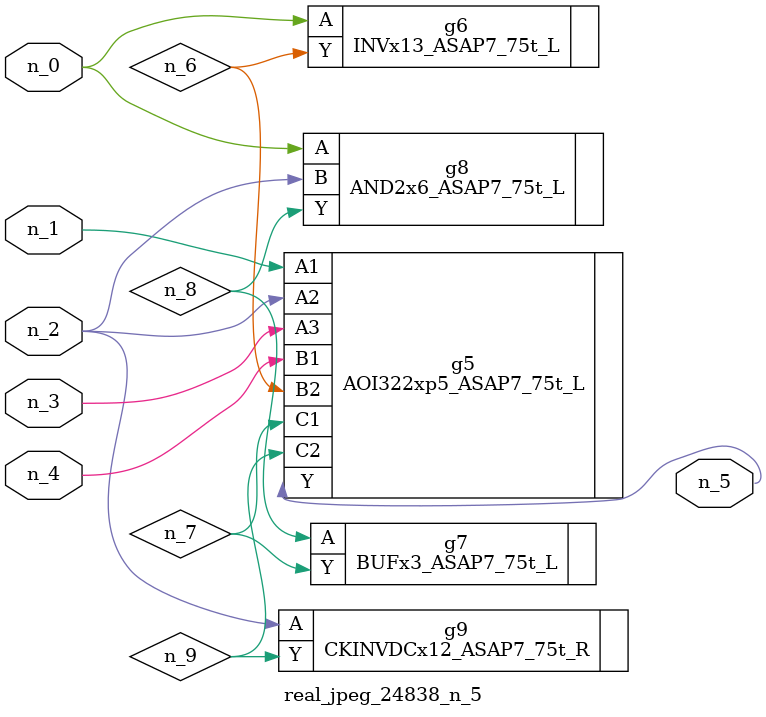
<source format=v>
module real_jpeg_24838_n_5 (n_4, n_0, n_1, n_2, n_3, n_5);

input n_4;
input n_0;
input n_1;
input n_2;
input n_3;

output n_5;

wire n_8;
wire n_6;
wire n_7;
wire n_9;

INVx13_ASAP7_75t_L g6 ( 
.A(n_0),
.Y(n_6)
);

AND2x6_ASAP7_75t_L g8 ( 
.A(n_0),
.B(n_2),
.Y(n_8)
);

AOI322xp5_ASAP7_75t_L g5 ( 
.A1(n_1),
.A2(n_2),
.A3(n_3),
.B1(n_4),
.B2(n_6),
.C1(n_7),
.C2(n_9),
.Y(n_5)
);

CKINVDCx12_ASAP7_75t_R g9 ( 
.A(n_2),
.Y(n_9)
);

BUFx3_ASAP7_75t_L g7 ( 
.A(n_8),
.Y(n_7)
);


endmodule
</source>
